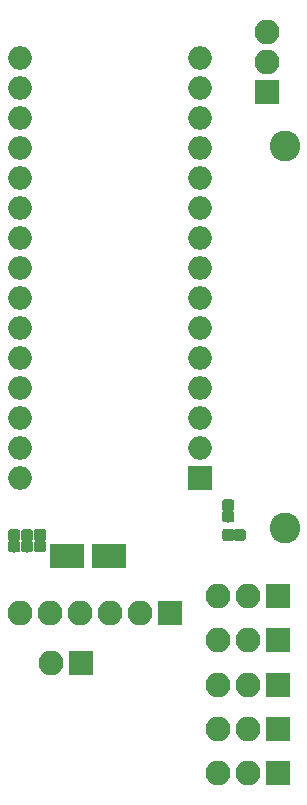
<source format=gbr>
G04 #@! TF.GenerationSoftware,KiCad,Pcbnew,(5.0.0)*
G04 #@! TF.CreationDate,2019-10-23T21:11:08+11:00*
G04 #@! TF.ProjectId,Kineses_Board,4B696E657365735F426F6172642E6B69,rev?*
G04 #@! TF.SameCoordinates,Original*
G04 #@! TF.FileFunction,Soldermask,Top*
G04 #@! TF.FilePolarity,Negative*
%FSLAX46Y46*%
G04 Gerber Fmt 4.6, Leading zero omitted, Abs format (unit mm)*
G04 Created by KiCad (PCBNEW (5.0.0)) date 10/23/19 21:11:08*
%MOMM*%
%LPD*%
G01*
G04 APERTURE LIST*
%ADD10R,2.100000X2.100000*%
%ADD11O,2.100000X2.100000*%
%ADD12C,2.600000*%
%ADD13R,2.000000X2.000000*%
%ADD14O,2.000000X2.000000*%
%ADD15R,3.000000X2.000000*%
%ADD16C,0.100000*%
%ADD17C,0.990000*%
G04 APERTURE END LIST*
D10*
G04 #@! TO.C,J1*
X141970000Y-107310000D03*
D11*
X139430000Y-107310000D03*
G04 #@! TD*
D10*
G04 #@! TO.C,J6*
X158645000Y-112900000D03*
D11*
X156105000Y-112900000D03*
X153565000Y-112900000D03*
G04 #@! TD*
D12*
G04 #@! TO.C,MH1*
X159230000Y-95890000D03*
G04 #@! TD*
G04 #@! TO.C,MH2*
X159230000Y-63540000D03*
G04 #@! TD*
D13*
G04 #@! TO.C,A1*
X152010000Y-91600000D03*
D14*
X136770000Y-58580000D03*
X152010000Y-89060000D03*
X136770000Y-61120000D03*
X152010000Y-86520000D03*
X136770000Y-63660000D03*
X152010000Y-83980000D03*
X136770000Y-66200000D03*
X152010000Y-81440000D03*
X136770000Y-68740000D03*
X152010000Y-78900000D03*
X136770000Y-71280000D03*
X152010000Y-76360000D03*
X136770000Y-73820000D03*
X152010000Y-73820000D03*
X136770000Y-76360000D03*
X152010000Y-71280000D03*
X136770000Y-78900000D03*
X152010000Y-68740000D03*
X136770000Y-81440000D03*
X152010000Y-66200000D03*
X136770000Y-83980000D03*
X152010000Y-63660000D03*
X136770000Y-86520000D03*
X152010000Y-61120000D03*
X136770000Y-89060000D03*
X152010000Y-58580000D03*
X136770000Y-91600000D03*
X152010000Y-56040000D03*
X136770000Y-56040000D03*
G04 #@! TD*
D15*
G04 #@! TO.C,C1*
X140750000Y-98180000D03*
X144350000Y-98180000D03*
G04 #@! TD*
D16*
G04 #@! TO.C,C2*
G36*
X138776759Y-96911192D02*
X138800785Y-96914756D01*
X138824345Y-96920657D01*
X138847214Y-96928840D01*
X138869171Y-96939224D01*
X138890004Y-96951711D01*
X138909512Y-96966180D01*
X138927509Y-96982491D01*
X138943820Y-97000488D01*
X138958289Y-97019996D01*
X138970776Y-97040829D01*
X138981160Y-97062786D01*
X138989343Y-97085655D01*
X138995244Y-97109215D01*
X138998808Y-97133241D01*
X139000000Y-97157500D01*
X139000000Y-97652500D01*
X138998808Y-97676759D01*
X138995244Y-97700785D01*
X138989343Y-97724345D01*
X138981160Y-97747214D01*
X138970776Y-97769171D01*
X138958289Y-97790004D01*
X138943820Y-97809512D01*
X138927509Y-97827509D01*
X138909512Y-97843820D01*
X138890004Y-97858289D01*
X138869171Y-97870776D01*
X138847214Y-97881160D01*
X138824345Y-97889343D01*
X138800785Y-97895244D01*
X138776759Y-97898808D01*
X138752500Y-97900000D01*
X138207500Y-97900000D01*
X138183241Y-97898808D01*
X138159215Y-97895244D01*
X138135655Y-97889343D01*
X138112786Y-97881160D01*
X138090829Y-97870776D01*
X138069996Y-97858289D01*
X138050488Y-97843820D01*
X138032491Y-97827509D01*
X138016180Y-97809512D01*
X138001711Y-97790004D01*
X137989224Y-97769171D01*
X137978840Y-97747214D01*
X137970657Y-97724345D01*
X137964756Y-97700785D01*
X137961192Y-97676759D01*
X137960000Y-97652500D01*
X137960000Y-97157500D01*
X137961192Y-97133241D01*
X137964756Y-97109215D01*
X137970657Y-97085655D01*
X137978840Y-97062786D01*
X137989224Y-97040829D01*
X138001711Y-97019996D01*
X138016180Y-97000488D01*
X138032491Y-96982491D01*
X138050488Y-96966180D01*
X138069996Y-96951711D01*
X138090829Y-96939224D01*
X138112786Y-96928840D01*
X138135655Y-96920657D01*
X138159215Y-96914756D01*
X138183241Y-96911192D01*
X138207500Y-96910000D01*
X138752500Y-96910000D01*
X138776759Y-96911192D01*
X138776759Y-96911192D01*
G37*
D17*
X138480000Y-97405000D03*
D16*
G36*
X138776759Y-95941192D02*
X138800785Y-95944756D01*
X138824345Y-95950657D01*
X138847214Y-95958840D01*
X138869171Y-95969224D01*
X138890004Y-95981711D01*
X138909512Y-95996180D01*
X138927509Y-96012491D01*
X138943820Y-96030488D01*
X138958289Y-96049996D01*
X138970776Y-96070829D01*
X138981160Y-96092786D01*
X138989343Y-96115655D01*
X138995244Y-96139215D01*
X138998808Y-96163241D01*
X139000000Y-96187500D01*
X139000000Y-96682500D01*
X138998808Y-96706759D01*
X138995244Y-96730785D01*
X138989343Y-96754345D01*
X138981160Y-96777214D01*
X138970776Y-96799171D01*
X138958289Y-96820004D01*
X138943820Y-96839512D01*
X138927509Y-96857509D01*
X138909512Y-96873820D01*
X138890004Y-96888289D01*
X138869171Y-96900776D01*
X138847214Y-96911160D01*
X138824345Y-96919343D01*
X138800785Y-96925244D01*
X138776759Y-96928808D01*
X138752500Y-96930000D01*
X138207500Y-96930000D01*
X138183241Y-96928808D01*
X138159215Y-96925244D01*
X138135655Y-96919343D01*
X138112786Y-96911160D01*
X138090829Y-96900776D01*
X138069996Y-96888289D01*
X138050488Y-96873820D01*
X138032491Y-96857509D01*
X138016180Y-96839512D01*
X138001711Y-96820004D01*
X137989224Y-96799171D01*
X137978840Y-96777214D01*
X137970657Y-96754345D01*
X137964756Y-96730785D01*
X137961192Y-96706759D01*
X137960000Y-96682500D01*
X137960000Y-96187500D01*
X137961192Y-96163241D01*
X137964756Y-96139215D01*
X137970657Y-96115655D01*
X137978840Y-96092786D01*
X137989224Y-96070829D01*
X138001711Y-96049996D01*
X138016180Y-96030488D01*
X138032491Y-96012491D01*
X138050488Y-95996180D01*
X138069996Y-95981711D01*
X138090829Y-95969224D01*
X138112786Y-95958840D01*
X138135655Y-95950657D01*
X138159215Y-95944756D01*
X138183241Y-95941192D01*
X138207500Y-95940000D01*
X138752500Y-95940000D01*
X138776759Y-95941192D01*
X138776759Y-95941192D01*
G37*
D17*
X138480000Y-96435000D03*
G04 #@! TD*
D16*
G04 #@! TO.C,C3*
G36*
X137681759Y-95961192D02*
X137705785Y-95964756D01*
X137729345Y-95970657D01*
X137752214Y-95978840D01*
X137774171Y-95989224D01*
X137795004Y-96001711D01*
X137814512Y-96016180D01*
X137832509Y-96032491D01*
X137848820Y-96050488D01*
X137863289Y-96069996D01*
X137875776Y-96090829D01*
X137886160Y-96112786D01*
X137894343Y-96135655D01*
X137900244Y-96159215D01*
X137903808Y-96183241D01*
X137905000Y-96207500D01*
X137905000Y-96702500D01*
X137903808Y-96726759D01*
X137900244Y-96750785D01*
X137894343Y-96774345D01*
X137886160Y-96797214D01*
X137875776Y-96819171D01*
X137863289Y-96840004D01*
X137848820Y-96859512D01*
X137832509Y-96877509D01*
X137814512Y-96893820D01*
X137795004Y-96908289D01*
X137774171Y-96920776D01*
X137752214Y-96931160D01*
X137729345Y-96939343D01*
X137705785Y-96945244D01*
X137681759Y-96948808D01*
X137657500Y-96950000D01*
X137112500Y-96950000D01*
X137088241Y-96948808D01*
X137064215Y-96945244D01*
X137040655Y-96939343D01*
X137017786Y-96931160D01*
X136995829Y-96920776D01*
X136974996Y-96908289D01*
X136955488Y-96893820D01*
X136937491Y-96877509D01*
X136921180Y-96859512D01*
X136906711Y-96840004D01*
X136894224Y-96819171D01*
X136883840Y-96797214D01*
X136875657Y-96774345D01*
X136869756Y-96750785D01*
X136866192Y-96726759D01*
X136865000Y-96702500D01*
X136865000Y-96207500D01*
X136866192Y-96183241D01*
X136869756Y-96159215D01*
X136875657Y-96135655D01*
X136883840Y-96112786D01*
X136894224Y-96090829D01*
X136906711Y-96069996D01*
X136921180Y-96050488D01*
X136937491Y-96032491D01*
X136955488Y-96016180D01*
X136974996Y-96001711D01*
X136995829Y-95989224D01*
X137017786Y-95978840D01*
X137040655Y-95970657D01*
X137064215Y-95964756D01*
X137088241Y-95961192D01*
X137112500Y-95960000D01*
X137657500Y-95960000D01*
X137681759Y-95961192D01*
X137681759Y-95961192D01*
G37*
D17*
X137385000Y-96455000D03*
D16*
G36*
X137681759Y-96931192D02*
X137705785Y-96934756D01*
X137729345Y-96940657D01*
X137752214Y-96948840D01*
X137774171Y-96959224D01*
X137795004Y-96971711D01*
X137814512Y-96986180D01*
X137832509Y-97002491D01*
X137848820Y-97020488D01*
X137863289Y-97039996D01*
X137875776Y-97060829D01*
X137886160Y-97082786D01*
X137894343Y-97105655D01*
X137900244Y-97129215D01*
X137903808Y-97153241D01*
X137905000Y-97177500D01*
X137905000Y-97672500D01*
X137903808Y-97696759D01*
X137900244Y-97720785D01*
X137894343Y-97744345D01*
X137886160Y-97767214D01*
X137875776Y-97789171D01*
X137863289Y-97810004D01*
X137848820Y-97829512D01*
X137832509Y-97847509D01*
X137814512Y-97863820D01*
X137795004Y-97878289D01*
X137774171Y-97890776D01*
X137752214Y-97901160D01*
X137729345Y-97909343D01*
X137705785Y-97915244D01*
X137681759Y-97918808D01*
X137657500Y-97920000D01*
X137112500Y-97920000D01*
X137088241Y-97918808D01*
X137064215Y-97915244D01*
X137040655Y-97909343D01*
X137017786Y-97901160D01*
X136995829Y-97890776D01*
X136974996Y-97878289D01*
X136955488Y-97863820D01*
X136937491Y-97847509D01*
X136921180Y-97829512D01*
X136906711Y-97810004D01*
X136894224Y-97789171D01*
X136883840Y-97767214D01*
X136875657Y-97744345D01*
X136869756Y-97720785D01*
X136866192Y-97696759D01*
X136865000Y-97672500D01*
X136865000Y-97177500D01*
X136866192Y-97153241D01*
X136869756Y-97129215D01*
X136875657Y-97105655D01*
X136883840Y-97082786D01*
X136894224Y-97060829D01*
X136906711Y-97039996D01*
X136921180Y-97020488D01*
X136937491Y-97002491D01*
X136955488Y-96986180D01*
X136974996Y-96971711D01*
X136995829Y-96959224D01*
X137017786Y-96948840D01*
X137040655Y-96940657D01*
X137064215Y-96934756D01*
X137088241Y-96931192D01*
X137112500Y-96930000D01*
X137657500Y-96930000D01*
X137681759Y-96931192D01*
X137681759Y-96931192D01*
G37*
D17*
X137385000Y-97425000D03*
G04 #@! TD*
D16*
G04 #@! TO.C,C4*
G36*
X136586759Y-96931192D02*
X136610785Y-96934756D01*
X136634345Y-96940657D01*
X136657214Y-96948840D01*
X136679171Y-96959224D01*
X136700004Y-96971711D01*
X136719512Y-96986180D01*
X136737509Y-97002491D01*
X136753820Y-97020488D01*
X136768289Y-97039996D01*
X136780776Y-97060829D01*
X136791160Y-97082786D01*
X136799343Y-97105655D01*
X136805244Y-97129215D01*
X136808808Y-97153241D01*
X136810000Y-97177500D01*
X136810000Y-97672500D01*
X136808808Y-97696759D01*
X136805244Y-97720785D01*
X136799343Y-97744345D01*
X136791160Y-97767214D01*
X136780776Y-97789171D01*
X136768289Y-97810004D01*
X136753820Y-97829512D01*
X136737509Y-97847509D01*
X136719512Y-97863820D01*
X136700004Y-97878289D01*
X136679171Y-97890776D01*
X136657214Y-97901160D01*
X136634345Y-97909343D01*
X136610785Y-97915244D01*
X136586759Y-97918808D01*
X136562500Y-97920000D01*
X136017500Y-97920000D01*
X135993241Y-97918808D01*
X135969215Y-97915244D01*
X135945655Y-97909343D01*
X135922786Y-97901160D01*
X135900829Y-97890776D01*
X135879996Y-97878289D01*
X135860488Y-97863820D01*
X135842491Y-97847509D01*
X135826180Y-97829512D01*
X135811711Y-97810004D01*
X135799224Y-97789171D01*
X135788840Y-97767214D01*
X135780657Y-97744345D01*
X135774756Y-97720785D01*
X135771192Y-97696759D01*
X135770000Y-97672500D01*
X135770000Y-97177500D01*
X135771192Y-97153241D01*
X135774756Y-97129215D01*
X135780657Y-97105655D01*
X135788840Y-97082786D01*
X135799224Y-97060829D01*
X135811711Y-97039996D01*
X135826180Y-97020488D01*
X135842491Y-97002491D01*
X135860488Y-96986180D01*
X135879996Y-96971711D01*
X135900829Y-96959224D01*
X135922786Y-96948840D01*
X135945655Y-96940657D01*
X135969215Y-96934756D01*
X135993241Y-96931192D01*
X136017500Y-96930000D01*
X136562500Y-96930000D01*
X136586759Y-96931192D01*
X136586759Y-96931192D01*
G37*
D17*
X136290000Y-97425000D03*
D16*
G36*
X136586759Y-95961192D02*
X136610785Y-95964756D01*
X136634345Y-95970657D01*
X136657214Y-95978840D01*
X136679171Y-95989224D01*
X136700004Y-96001711D01*
X136719512Y-96016180D01*
X136737509Y-96032491D01*
X136753820Y-96050488D01*
X136768289Y-96069996D01*
X136780776Y-96090829D01*
X136791160Y-96112786D01*
X136799343Y-96135655D01*
X136805244Y-96159215D01*
X136808808Y-96183241D01*
X136810000Y-96207500D01*
X136810000Y-96702500D01*
X136808808Y-96726759D01*
X136805244Y-96750785D01*
X136799343Y-96774345D01*
X136791160Y-96797214D01*
X136780776Y-96819171D01*
X136768289Y-96840004D01*
X136753820Y-96859512D01*
X136737509Y-96877509D01*
X136719512Y-96893820D01*
X136700004Y-96908289D01*
X136679171Y-96920776D01*
X136657214Y-96931160D01*
X136634345Y-96939343D01*
X136610785Y-96945244D01*
X136586759Y-96948808D01*
X136562500Y-96950000D01*
X136017500Y-96950000D01*
X135993241Y-96948808D01*
X135969215Y-96945244D01*
X135945655Y-96939343D01*
X135922786Y-96931160D01*
X135900829Y-96920776D01*
X135879996Y-96908289D01*
X135860488Y-96893820D01*
X135842491Y-96877509D01*
X135826180Y-96859512D01*
X135811711Y-96840004D01*
X135799224Y-96819171D01*
X135788840Y-96797214D01*
X135780657Y-96774345D01*
X135774756Y-96750785D01*
X135771192Y-96726759D01*
X135770000Y-96702500D01*
X135770000Y-96207500D01*
X135771192Y-96183241D01*
X135774756Y-96159215D01*
X135780657Y-96135655D01*
X135788840Y-96112786D01*
X135799224Y-96090829D01*
X135811711Y-96069996D01*
X135826180Y-96050488D01*
X135842491Y-96032491D01*
X135860488Y-96016180D01*
X135879996Y-96001711D01*
X135900829Y-95989224D01*
X135922786Y-95978840D01*
X135945655Y-95970657D01*
X135969215Y-95964756D01*
X135993241Y-95961192D01*
X136017500Y-95960000D01*
X136562500Y-95960000D01*
X136586759Y-95961192D01*
X136586759Y-95961192D01*
G37*
D17*
X136290000Y-96455000D03*
G04 #@! TD*
D10*
G04 #@! TO.C,J2*
X158645000Y-116630000D03*
D11*
X156105000Y-116630000D03*
X153565000Y-116630000D03*
G04 #@! TD*
G04 #@! TO.C,J3*
X153565000Y-109120000D03*
X156105000Y-109120000D03*
D10*
X158645000Y-109120000D03*
G04 #@! TD*
G04 #@! TO.C,J4*
X158645000Y-105370000D03*
D11*
X156105000Y-105370000D03*
X153565000Y-105370000D03*
G04 #@! TD*
G04 #@! TO.C,J5*
X153565000Y-101590000D03*
X156105000Y-101590000D03*
D10*
X158645000Y-101590000D03*
G04 #@! TD*
D11*
G04 #@! TO.C,J7*
X157720000Y-53830000D03*
X157720000Y-56370000D03*
D10*
X157720000Y-58910000D03*
G04 #@! TD*
G04 #@! TO.C,J8*
X149520000Y-103030000D03*
D11*
X146980000Y-103030000D03*
X144440000Y-103030000D03*
X141900000Y-103030000D03*
X139360000Y-103030000D03*
X136820000Y-103030000D03*
G04 #@! TD*
D16*
G04 #@! TO.C,R1*
G36*
X155666759Y-95921192D02*
X155690785Y-95924756D01*
X155714345Y-95930657D01*
X155737214Y-95938840D01*
X155759171Y-95949224D01*
X155780004Y-95961711D01*
X155799512Y-95976180D01*
X155817509Y-95992491D01*
X155833820Y-96010488D01*
X155848289Y-96029996D01*
X155860776Y-96050829D01*
X155871160Y-96072786D01*
X155879343Y-96095655D01*
X155885244Y-96119215D01*
X155888808Y-96143241D01*
X155890000Y-96167500D01*
X155890000Y-96712500D01*
X155888808Y-96736759D01*
X155885244Y-96760785D01*
X155879343Y-96784345D01*
X155871160Y-96807214D01*
X155860776Y-96829171D01*
X155848289Y-96850004D01*
X155833820Y-96869512D01*
X155817509Y-96887509D01*
X155799512Y-96903820D01*
X155780004Y-96918289D01*
X155759171Y-96930776D01*
X155737214Y-96941160D01*
X155714345Y-96949343D01*
X155690785Y-96955244D01*
X155666759Y-96958808D01*
X155642500Y-96960000D01*
X155147500Y-96960000D01*
X155123241Y-96958808D01*
X155099215Y-96955244D01*
X155075655Y-96949343D01*
X155052786Y-96941160D01*
X155030829Y-96930776D01*
X155009996Y-96918289D01*
X154990488Y-96903820D01*
X154972491Y-96887509D01*
X154956180Y-96869512D01*
X154941711Y-96850004D01*
X154929224Y-96829171D01*
X154918840Y-96807214D01*
X154910657Y-96784345D01*
X154904756Y-96760785D01*
X154901192Y-96736759D01*
X154900000Y-96712500D01*
X154900000Y-96167500D01*
X154901192Y-96143241D01*
X154904756Y-96119215D01*
X154910657Y-96095655D01*
X154918840Y-96072786D01*
X154929224Y-96050829D01*
X154941711Y-96029996D01*
X154956180Y-96010488D01*
X154972491Y-95992491D01*
X154990488Y-95976180D01*
X155009996Y-95961711D01*
X155030829Y-95949224D01*
X155052786Y-95938840D01*
X155075655Y-95930657D01*
X155099215Y-95924756D01*
X155123241Y-95921192D01*
X155147500Y-95920000D01*
X155642500Y-95920000D01*
X155666759Y-95921192D01*
X155666759Y-95921192D01*
G37*
D17*
X155395000Y-96440000D03*
D16*
G36*
X154696759Y-95921192D02*
X154720785Y-95924756D01*
X154744345Y-95930657D01*
X154767214Y-95938840D01*
X154789171Y-95949224D01*
X154810004Y-95961711D01*
X154829512Y-95976180D01*
X154847509Y-95992491D01*
X154863820Y-96010488D01*
X154878289Y-96029996D01*
X154890776Y-96050829D01*
X154901160Y-96072786D01*
X154909343Y-96095655D01*
X154915244Y-96119215D01*
X154918808Y-96143241D01*
X154920000Y-96167500D01*
X154920000Y-96712500D01*
X154918808Y-96736759D01*
X154915244Y-96760785D01*
X154909343Y-96784345D01*
X154901160Y-96807214D01*
X154890776Y-96829171D01*
X154878289Y-96850004D01*
X154863820Y-96869512D01*
X154847509Y-96887509D01*
X154829512Y-96903820D01*
X154810004Y-96918289D01*
X154789171Y-96930776D01*
X154767214Y-96941160D01*
X154744345Y-96949343D01*
X154720785Y-96955244D01*
X154696759Y-96958808D01*
X154672500Y-96960000D01*
X154177500Y-96960000D01*
X154153241Y-96958808D01*
X154129215Y-96955244D01*
X154105655Y-96949343D01*
X154082786Y-96941160D01*
X154060829Y-96930776D01*
X154039996Y-96918289D01*
X154020488Y-96903820D01*
X154002491Y-96887509D01*
X153986180Y-96869512D01*
X153971711Y-96850004D01*
X153959224Y-96829171D01*
X153948840Y-96807214D01*
X153940657Y-96784345D01*
X153934756Y-96760785D01*
X153931192Y-96736759D01*
X153930000Y-96712500D01*
X153930000Y-96167500D01*
X153931192Y-96143241D01*
X153934756Y-96119215D01*
X153940657Y-96095655D01*
X153948840Y-96072786D01*
X153959224Y-96050829D01*
X153971711Y-96029996D01*
X153986180Y-96010488D01*
X154002491Y-95992491D01*
X154020488Y-95976180D01*
X154039996Y-95961711D01*
X154060829Y-95949224D01*
X154082786Y-95938840D01*
X154105655Y-95930657D01*
X154129215Y-95924756D01*
X154153241Y-95921192D01*
X154177500Y-95920000D01*
X154672500Y-95920000D01*
X154696759Y-95921192D01*
X154696759Y-95921192D01*
G37*
D17*
X154425000Y-96440000D03*
G04 #@! TD*
D16*
G04 #@! TO.C,R2*
G36*
X154716759Y-94391192D02*
X154740785Y-94394756D01*
X154764345Y-94400657D01*
X154787214Y-94408840D01*
X154809171Y-94419224D01*
X154830004Y-94431711D01*
X154849512Y-94446180D01*
X154867509Y-94462491D01*
X154883820Y-94480488D01*
X154898289Y-94499996D01*
X154910776Y-94520829D01*
X154921160Y-94542786D01*
X154929343Y-94565655D01*
X154935244Y-94589215D01*
X154938808Y-94613241D01*
X154940000Y-94637500D01*
X154940000Y-95132500D01*
X154938808Y-95156759D01*
X154935244Y-95180785D01*
X154929343Y-95204345D01*
X154921160Y-95227214D01*
X154910776Y-95249171D01*
X154898289Y-95270004D01*
X154883820Y-95289512D01*
X154867509Y-95307509D01*
X154849512Y-95323820D01*
X154830004Y-95338289D01*
X154809171Y-95350776D01*
X154787214Y-95361160D01*
X154764345Y-95369343D01*
X154740785Y-95375244D01*
X154716759Y-95378808D01*
X154692500Y-95380000D01*
X154147500Y-95380000D01*
X154123241Y-95378808D01*
X154099215Y-95375244D01*
X154075655Y-95369343D01*
X154052786Y-95361160D01*
X154030829Y-95350776D01*
X154009996Y-95338289D01*
X153990488Y-95323820D01*
X153972491Y-95307509D01*
X153956180Y-95289512D01*
X153941711Y-95270004D01*
X153929224Y-95249171D01*
X153918840Y-95227214D01*
X153910657Y-95204345D01*
X153904756Y-95180785D01*
X153901192Y-95156759D01*
X153900000Y-95132500D01*
X153900000Y-94637500D01*
X153901192Y-94613241D01*
X153904756Y-94589215D01*
X153910657Y-94565655D01*
X153918840Y-94542786D01*
X153929224Y-94520829D01*
X153941711Y-94499996D01*
X153956180Y-94480488D01*
X153972491Y-94462491D01*
X153990488Y-94446180D01*
X154009996Y-94431711D01*
X154030829Y-94419224D01*
X154052786Y-94408840D01*
X154075655Y-94400657D01*
X154099215Y-94394756D01*
X154123241Y-94391192D01*
X154147500Y-94390000D01*
X154692500Y-94390000D01*
X154716759Y-94391192D01*
X154716759Y-94391192D01*
G37*
D17*
X154420000Y-94885000D03*
D16*
G36*
X154716759Y-93421192D02*
X154740785Y-93424756D01*
X154764345Y-93430657D01*
X154787214Y-93438840D01*
X154809171Y-93449224D01*
X154830004Y-93461711D01*
X154849512Y-93476180D01*
X154867509Y-93492491D01*
X154883820Y-93510488D01*
X154898289Y-93529996D01*
X154910776Y-93550829D01*
X154921160Y-93572786D01*
X154929343Y-93595655D01*
X154935244Y-93619215D01*
X154938808Y-93643241D01*
X154940000Y-93667500D01*
X154940000Y-94162500D01*
X154938808Y-94186759D01*
X154935244Y-94210785D01*
X154929343Y-94234345D01*
X154921160Y-94257214D01*
X154910776Y-94279171D01*
X154898289Y-94300004D01*
X154883820Y-94319512D01*
X154867509Y-94337509D01*
X154849512Y-94353820D01*
X154830004Y-94368289D01*
X154809171Y-94380776D01*
X154787214Y-94391160D01*
X154764345Y-94399343D01*
X154740785Y-94405244D01*
X154716759Y-94408808D01*
X154692500Y-94410000D01*
X154147500Y-94410000D01*
X154123241Y-94408808D01*
X154099215Y-94405244D01*
X154075655Y-94399343D01*
X154052786Y-94391160D01*
X154030829Y-94380776D01*
X154009996Y-94368289D01*
X153990488Y-94353820D01*
X153972491Y-94337509D01*
X153956180Y-94319512D01*
X153941711Y-94300004D01*
X153929224Y-94279171D01*
X153918840Y-94257214D01*
X153910657Y-94234345D01*
X153904756Y-94210785D01*
X153901192Y-94186759D01*
X153900000Y-94162500D01*
X153900000Y-93667500D01*
X153901192Y-93643241D01*
X153904756Y-93619215D01*
X153910657Y-93595655D01*
X153918840Y-93572786D01*
X153929224Y-93550829D01*
X153941711Y-93529996D01*
X153956180Y-93510488D01*
X153972491Y-93492491D01*
X153990488Y-93476180D01*
X154009996Y-93461711D01*
X154030829Y-93449224D01*
X154052786Y-93438840D01*
X154075655Y-93430657D01*
X154099215Y-93424756D01*
X154123241Y-93421192D01*
X154147500Y-93420000D01*
X154692500Y-93420000D01*
X154716759Y-93421192D01*
X154716759Y-93421192D01*
G37*
D17*
X154420000Y-93915000D03*
G04 #@! TD*
M02*

</source>
